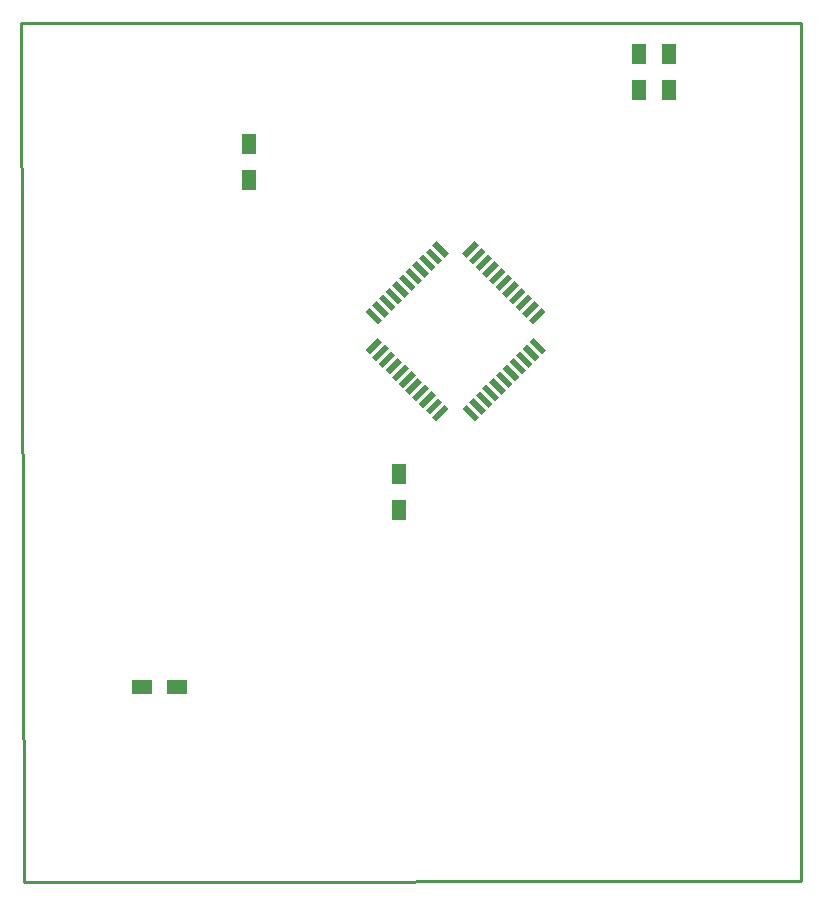
<source format=gbp>
G75*
%MOIN*%
%OFA0B0*%
%FSLAX25Y25*%
%IPPOS*%
%LPD*%
%AMOC8*
5,1,8,0,0,1.08239X$1,22.5*
%
%ADD10C,0.00000*%
%ADD11C,0.01000*%
%ADD12R,0.05906X0.01969*%
%ADD13R,0.01969X0.05906*%
%ADD14R,0.04724X0.07087*%
%ADD15R,0.07087X0.04724*%
D10*
X0248233Y0001984D02*
X0262233Y0002284D01*
D11*
X0003233Y0001984D02*
X0002133Y0288384D01*
X0262133Y0288384D01*
X0262233Y0002284D01*
X0003233Y0001984D01*
D12*
G36*
X0153372Y0155555D02*
X0149197Y0159730D01*
X0150588Y0161121D01*
X0154763Y0156946D01*
X0153372Y0155555D01*
G37*
G36*
X0155599Y0157782D02*
X0151424Y0161957D01*
X0152815Y0163348D01*
X0156990Y0159173D01*
X0155599Y0157782D01*
G37*
G36*
X0157826Y0160009D02*
X0153651Y0164184D01*
X0155042Y0165575D01*
X0159217Y0161400D01*
X0157826Y0160009D01*
G37*
G36*
X0160053Y0162236D02*
X0155878Y0166411D01*
X0157269Y0167802D01*
X0161444Y0163627D01*
X0160053Y0162236D01*
G37*
G36*
X0162280Y0164463D02*
X0158105Y0168638D01*
X0159496Y0170029D01*
X0163671Y0165854D01*
X0162280Y0164463D01*
G37*
G36*
X0164507Y0166690D02*
X0160332Y0170865D01*
X0161723Y0172256D01*
X0165898Y0168081D01*
X0164507Y0166690D01*
G37*
G36*
X0166735Y0168917D02*
X0162560Y0173092D01*
X0163951Y0174483D01*
X0168126Y0170308D01*
X0166735Y0168917D01*
G37*
G36*
X0168962Y0171144D02*
X0164787Y0175319D01*
X0166178Y0176710D01*
X0170353Y0172535D01*
X0168962Y0171144D01*
G37*
G36*
X0171189Y0173372D02*
X0167014Y0177547D01*
X0168405Y0178938D01*
X0172580Y0174763D01*
X0171189Y0173372D01*
G37*
G36*
X0173416Y0175599D02*
X0169241Y0179774D01*
X0170632Y0181165D01*
X0174807Y0176990D01*
X0173416Y0175599D01*
G37*
G36*
X0175643Y0177826D02*
X0171468Y0182001D01*
X0172859Y0183392D01*
X0177034Y0179217D01*
X0175643Y0177826D01*
G37*
G36*
X0143350Y0210119D02*
X0139175Y0214294D01*
X0140566Y0215685D01*
X0144741Y0211510D01*
X0143350Y0210119D01*
G37*
G36*
X0141123Y0207892D02*
X0136948Y0212067D01*
X0138339Y0213458D01*
X0142514Y0209283D01*
X0141123Y0207892D01*
G37*
G36*
X0138896Y0205665D02*
X0134721Y0209840D01*
X0136112Y0211231D01*
X0140287Y0207056D01*
X0138896Y0205665D01*
G37*
G36*
X0136669Y0203438D02*
X0132494Y0207613D01*
X0133885Y0209004D01*
X0138060Y0204829D01*
X0136669Y0203438D01*
G37*
G36*
X0134441Y0201210D02*
X0130266Y0205385D01*
X0131657Y0206776D01*
X0135832Y0202601D01*
X0134441Y0201210D01*
G37*
G36*
X0132214Y0198983D02*
X0128039Y0203158D01*
X0129430Y0204549D01*
X0133605Y0200374D01*
X0132214Y0198983D01*
G37*
G36*
X0129987Y0196756D02*
X0125812Y0200931D01*
X0127203Y0202322D01*
X0131378Y0198147D01*
X0129987Y0196756D01*
G37*
G36*
X0127760Y0194529D02*
X0123585Y0198704D01*
X0124976Y0200095D01*
X0129151Y0195920D01*
X0127760Y0194529D01*
G37*
G36*
X0125533Y0192302D02*
X0121358Y0196477D01*
X0122749Y0197868D01*
X0126924Y0193693D01*
X0125533Y0192302D01*
G37*
G36*
X0123306Y0190075D02*
X0119131Y0194250D01*
X0120522Y0195641D01*
X0124697Y0191466D01*
X0123306Y0190075D01*
G37*
G36*
X0121079Y0187848D02*
X0116904Y0192023D01*
X0118295Y0193414D01*
X0122470Y0189239D01*
X0121079Y0187848D01*
G37*
D13*
G36*
X0118295Y0177826D02*
X0116904Y0179217D01*
X0121079Y0183392D01*
X0122470Y0182001D01*
X0118295Y0177826D01*
G37*
G36*
X0120522Y0175599D02*
X0119131Y0176990D01*
X0123306Y0181165D01*
X0124697Y0179774D01*
X0120522Y0175599D01*
G37*
G36*
X0122749Y0173372D02*
X0121358Y0174763D01*
X0125533Y0178938D01*
X0126924Y0177547D01*
X0122749Y0173372D01*
G37*
G36*
X0124976Y0171144D02*
X0123585Y0172535D01*
X0127760Y0176710D01*
X0129151Y0175319D01*
X0124976Y0171144D01*
G37*
G36*
X0127203Y0168917D02*
X0125812Y0170308D01*
X0129987Y0174483D01*
X0131378Y0173092D01*
X0127203Y0168917D01*
G37*
G36*
X0129430Y0166690D02*
X0128039Y0168081D01*
X0132214Y0172256D01*
X0133605Y0170865D01*
X0129430Y0166690D01*
G37*
G36*
X0131657Y0164463D02*
X0130266Y0165854D01*
X0134441Y0170029D01*
X0135832Y0168638D01*
X0131657Y0164463D01*
G37*
G36*
X0133885Y0162236D02*
X0132494Y0163627D01*
X0136669Y0167802D01*
X0138060Y0166411D01*
X0133885Y0162236D01*
G37*
G36*
X0136112Y0160009D02*
X0134721Y0161400D01*
X0138896Y0165575D01*
X0140287Y0164184D01*
X0136112Y0160009D01*
G37*
G36*
X0138339Y0157782D02*
X0136948Y0159173D01*
X0141123Y0163348D01*
X0142514Y0161957D01*
X0138339Y0157782D01*
G37*
G36*
X0140566Y0155555D02*
X0139175Y0156946D01*
X0143350Y0161121D01*
X0144741Y0159730D01*
X0140566Y0155555D01*
G37*
G36*
X0172859Y0187848D02*
X0171468Y0189239D01*
X0175643Y0193414D01*
X0177034Y0192023D01*
X0172859Y0187848D01*
G37*
G36*
X0170632Y0190075D02*
X0169241Y0191466D01*
X0173416Y0195641D01*
X0174807Y0194250D01*
X0170632Y0190075D01*
G37*
G36*
X0168405Y0192302D02*
X0167014Y0193693D01*
X0171189Y0197868D01*
X0172580Y0196477D01*
X0168405Y0192302D01*
G37*
G36*
X0166178Y0194529D02*
X0164787Y0195920D01*
X0168962Y0200095D01*
X0170353Y0198704D01*
X0166178Y0194529D01*
G37*
G36*
X0163951Y0196756D02*
X0162560Y0198147D01*
X0166735Y0202322D01*
X0168126Y0200931D01*
X0163951Y0196756D01*
G37*
G36*
X0161723Y0198983D02*
X0160332Y0200374D01*
X0164507Y0204549D01*
X0165898Y0203158D01*
X0161723Y0198983D01*
G37*
G36*
X0159496Y0201210D02*
X0158105Y0202601D01*
X0162280Y0206776D01*
X0163671Y0205385D01*
X0159496Y0201210D01*
G37*
G36*
X0157269Y0203438D02*
X0155878Y0204829D01*
X0160053Y0209004D01*
X0161444Y0207613D01*
X0157269Y0203438D01*
G37*
G36*
X0155042Y0205665D02*
X0153651Y0207056D01*
X0157826Y0211231D01*
X0159217Y0209840D01*
X0155042Y0205665D01*
G37*
G36*
X0152815Y0207892D02*
X0151424Y0209283D01*
X0155599Y0213458D01*
X0156990Y0212067D01*
X0152815Y0207892D01*
G37*
G36*
X0150588Y0210119D02*
X0149197Y0211510D01*
X0153372Y0215685D01*
X0154763Y0214294D01*
X0150588Y0210119D01*
G37*
D14*
X0208233Y0266083D03*
X0218233Y0266083D03*
X0218233Y0277886D03*
X0208233Y0277886D03*
X0128233Y0137886D03*
X0128233Y0126083D03*
X0078233Y0236083D03*
X0078233Y0247886D03*
D15*
X0054135Y0066984D03*
X0042332Y0066984D03*
M02*

</source>
